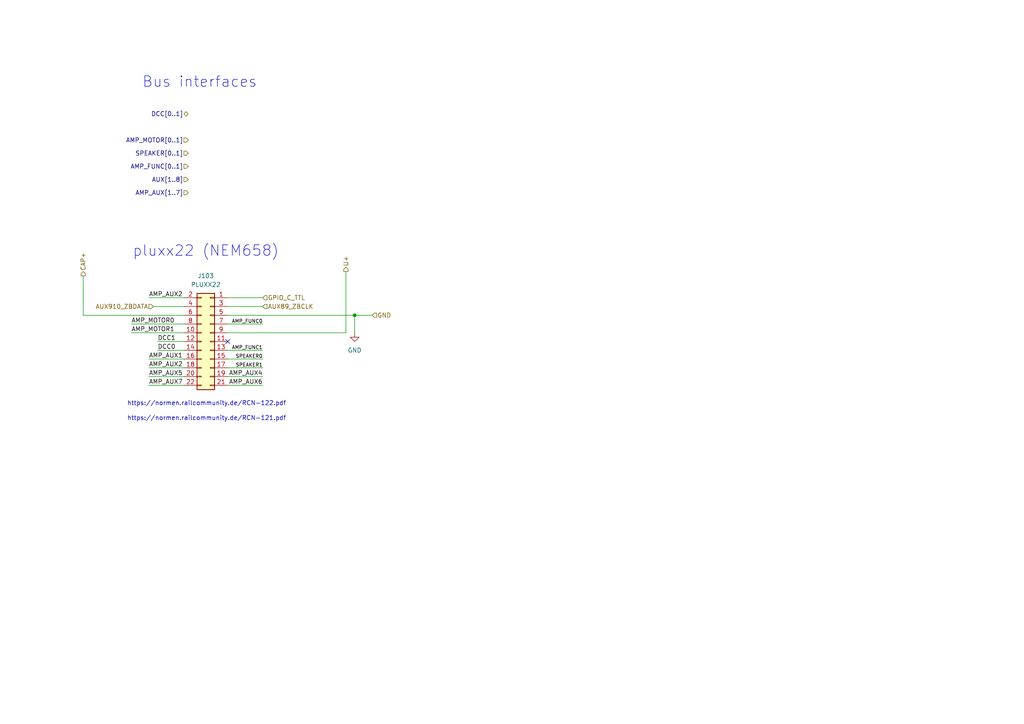
<source format=kicad_sch>
(kicad_sch (version 20231120) (generator "eeschema") (generator_version "8.0")
  (paper "A4")
  (lib_symbols
    (symbol "Connector_Generic:Conn_02x11_Odd_Even" (pin_names (offset 1.016) hide)
      (property "Reference" "J" (at 1.27 15.24 0))
      (property "Value" "Conn_02x11_Odd_Even" (at 1.27 -15.24 0))
      (symbol "Conn_02x11_Odd_Even_1_1"
        (rectangle (start -1.27 -12.573) (end 0 -12.827) (stroke (width 0.1524)))
        (rectangle (start -1.27 -10.033) (end 0 -10.287) (stroke (width 0.1524)))
        (rectangle (start -1.27 -7.493) (end 0 -7.747) (stroke (width 0.1524)))
        (rectangle (start -1.27 -4.953) (end 0 -5.207) (stroke (width 0.1524)))
        (rectangle (start -1.27 -2.413) (end 0 -2.667) (stroke (width 0.1524)))
        (rectangle (start -1.27 0.127) (end 0 -0.127) (stroke (width 0.1524)))
        (rectangle (start -1.27 2.667) (end 0 2.413) (stroke (width 0.1524)))
        (rectangle (start -1.27 5.207) (end 0 4.953) (stroke (width 0.1524)))
        (rectangle (start -1.27 7.747) (end 0 7.493) (stroke (width 0.1524)))
        (rectangle (start -1.27 10.287) (end 0 10.033) (stroke (width 0.1524)))
        (rectangle (start -1.27 12.827) (end 0 12.573) (stroke (width 0.1524)))
        (rectangle (start -1.27 13.97) (end 3.81 -13.97) (stroke (width 0.254)) (fill (type background)))
        (rectangle (start 3.81 -12.573) (end 2.54 -12.827) (stroke (width 0.1524)))
        (rectangle (start 3.81 -10.033) (end 2.54 -10.287) (stroke (width 0.1524)))
        (rectangle (start 3.81 -7.493) (end 2.54 -7.747) (stroke (width 0.1524)))
        (rectangle (start 3.81 -4.953) (end 2.54 -5.207) (stroke (width 0.1524)))
        (rectangle (start 3.81 -2.413) (end 2.54 -2.667) (stroke (width 0.1524)))
        (rectangle (start 3.81 0.127) (end 2.54 -0.127) (stroke (width 0.1524)))
        (rectangle (start 3.81 2.667) (end 2.54 2.413) (stroke (width 0.1524)))
        (rectangle (start 3.81 5.207) (end 2.54 4.953) (stroke (width 0.1524)))
        (rectangle (start 3.81 7.747) (end 2.54 7.493) (stroke (width 0.1524)))
        (rectangle (start 3.81 10.287) (end 2.54 10.033) (stroke (width 0.1524)))
        (rectangle (start 3.81 12.827) (end 2.54 12.573) (stroke (width 0.1524)))
        (pin passive line (at -5.08 12.7 0) (length 3.81) (name "Pin_1") (number "1"))
        (pin passive line (at 7.62 2.54 180) (length 3.81) (name "Pin_10") (number "10"))
        (pin passive line (at -5.08 0 0) (length 3.81) (name "Pin_11") (number "11"))
        (pin passive line (at 7.62 0 180) (length 3.81) (name "Pin_12") (number "12"))
        (pin passive line (at -5.08 -2.54 0) (length 3.81) (name "Pin_13") (number "13"))
        (pin passive line (at 7.62 -2.54 180) (length 3.81) (name "Pin_14") (number "14"))
        (pin passive line (at -5.08 -5.08 0) (length 3.81) (name "Pin_15") (number "15"))
        (pin passive line (at 7.62 -5.08 180) (length 3.81) (name "Pin_16") (number "16"))
        (pin passive line (at -5.08 -7.62 0) (length 3.81) (name "Pin_17") (number "17"))
        (pin passive line (at 7.62 -7.62 180) (length 3.81) (name "Pin_18") (number "18"))
        (pin passive line (at -5.08 -10.16 0) (length 3.81) (name "Pin_19") (number "19"))
        (pin passive line (at 7.62 12.7 180) (length 3.81) (name "Pin_2") (number "2"))
        (pin passive line (at 7.62 -10.16 180) (length 3.81) (name "Pin_20") (number "20"))
        (pin passive line (at -5.08 -12.7 0) (length 3.81) (name "Pin_21") (number "21"))
        (pin passive line (at 7.62 -12.7 180) (length 3.81) (name "Pin_22") (number "22"))
        (pin passive line (at -5.08 10.16 0) (length 3.81) (name "Pin_3") (number "3"))
        (pin passive line (at 7.62 10.16 180) (length 3.81) (name "Pin_4") (number "4"))
        (pin passive line (at -5.08 7.62 0) (length 3.81) (name "Pin_5") (number "5"))
        (pin passive line (at 7.62 7.62 180) (length 3.81) (name "Pin_6") (number "6"))
        (pin passive line (at -5.08 5.08 0) (length 3.81) (name "Pin_7") (number "7"))
        (pin passive line (at 7.62 5.08 180) (length 3.81) (name "Pin_8") (number "8"))
        (pin passive line (at -5.08 2.54 0) (length 3.81) (name "Pin_9") (number "9"))
      )
    )
    (symbol "power:GND" (power) (pin_names (offset 0))
      (property "Value" "GND" (at 0 -3.81 0))
      (symbol "GND_0_1"
        (polyline (pts (xy 0 0) (xy 0 -1.27) (xy 1.27 -1.27) (xy 0 -2.54) (xy -1.27 -1.27) (xy 0 -1.27)))
      )
      (symbol "GND_1_1"
        (pin power_in line (at 0 0 270) (length 0) hide (name "GND") (number "1"))
      )
    )
  )
  (junction (at 102.87 91.44))
  (no_connect (at 66.04 99.06))
  (wire (pts (xy 24.13 80.01) (xy 24.13 91.44)))
  (wire (pts (xy 66.04 96.52) (xy 100.33 96.52)))
  (wire (pts (xy 66.04 106.68) (xy 76.2 106.68)))
  (wire (pts (xy 53.34 106.68) (xy 43.18 106.68)))
  (wire (pts (xy 53.34 86.36) (xy 43.18 86.36)))
  (wire (pts (xy 66.04 101.6) (xy 76.2 101.6)))
  (wire (pts (xy 102.87 91.44) (xy 107.95 91.44)))
  (wire (pts (xy 38.1 93.98) (xy 53.34 93.98)))
  (wire (pts (xy 45.72 101.6) (xy 53.34 101.6)))
  (wire (pts (xy 43.18 111.76) (xy 53.34 111.76)))
  (wire (pts (xy 43.18 109.22) (xy 53.34 109.22)))
  (wire (pts (xy 66.04 109.22) (xy 76.2 109.22)))
  (wire (pts (xy 66.04 91.44) (xy 102.87 91.44)))
  (wire (pts (xy 53.34 88.9) (xy 44.45 88.9)))
  (wire (pts (xy 66.04 93.98) (xy 76.2 93.98)))
  (wire (pts (xy 66.04 86.36) (xy 76.2 86.36)))
  (wire (pts (xy 66.04 104.14) (xy 76.2 104.14)))
  (wire (pts (xy 53.34 104.14) (xy 43.18 104.14)))
  (wire (pts (xy 102.87 91.44) (xy 102.87 96.52)))
  (wire (pts (xy 66.04 111.76) (xy 76.2 111.76)))
  (wire (pts (xy 38.1 96.52) (xy 53.34 96.52)))
  (wire (pts (xy 100.33 78.74) (xy 100.33 96.52)))
  (wire (pts (xy 66.04 88.9) (xy 76.2 88.9)))
  (wire (pts (xy 45.72 99.06) (xy 53.34 99.06)))
  (wire (pts (xy 24.13 91.44) (xy 53.34 91.44)))
  (text "https://normen.railcommunity.de/RCN-122.pdf" (at 59.944 117.094 0) (effects (font (size 1.27 1.27))))
  (text "https://normen.railcommunity.de/RCN-121.pdf" (at 59.944 121.412 0) (effects (font (size 1.27 1.27))))
  (text "pluxx22 (NEM658)" (at 59.69 72.898 0) (effects (font (size 3.048 3.048))))
  (text "Bus interfaces" (at 57.912 23.876 0) (effects (font (size 3.048 3.048))))
  (label "SPEAKER0" (at 76.2 104.14 180) (effects (font (size 1.016 1.016))))
  (label "AMP_AUX7" (at 43.18 111.76 0))
  (label "AMP_AUX4" (at 76.2 109.22 180))
  (label "AMP_FUNC0" (at 76.2 93.98 180) (effects (font (size 1.016 1.016))))
  (label "DCC1" (at 45.72 99.06 0))
  (label "SPEAKER1" (at 76.2 106.68 180) (effects (font (size 1.016 1.016))))
  (label "DCC0" (at 45.72 101.6 0))
  (label "AMP_AUX2" (at 43.18 106.68 0))
  (label "AMP_MOTOR0" (at 38.1 93.98 0))
  (label "AMP_MOTOR1" (at 38.1 96.52 0))
  (label "AMP_AUX2" (at 43.18 86.36 0))
  (label "AMP_FUNC1" (at 76.2 101.6 180) (effects (font (size 1.016 1.016))))
  (label "AMP_AUX1" (at 43.18 104.14 0))
  (label "AMP_AUX6" (at 76.2 111.76 180))
  (label "AMP_AUX5" (at 43.18 109.22 0))
  (hierarchical_label "U+" (shape output) (at 100.33 78.74 90))
  (hierarchical_label "SPEAKER[0..1]" (shape input) (at 54.61 44.45 180))
  (hierarchical_label "AMP_FUNC[0..1]" (shape input) (at 54.61 48.26 180))
  (hierarchical_label "AUX89_ZBCLK" (shape input) (at 76.2 88.9 0))
  (hierarchical_label "AMP_AUX[1..7]" (shape input) (at 54.61 55.88 180))
  (hierarchical_label "CAP+" (shape output) (at 24.13 80.01 90))
  (hierarchical_label "GND" (shape input) (at 107.95 91.44 0))
  (hierarchical_label "AUX910_ZBDATA" (shape input) (at 44.45 88.9 180))
  (hierarchical_label "GPIO_C_TTL" (shape input) (at 76.2 86.36 0))
  (hierarchical_label "AMP_MOTOR[0..1]" (shape input) (at 54.61 40.64 180))
  (hierarchical_label "DCC[0..1]" (shape bidirectional) (at 54.61 33.02 180))
  (hierarchical_label "AUX[1..8]" (shape input) (at 54.61 52.07 180))
  (symbol (lib_id "power:GND") (at 102.87 96.52 0) (unit 1)
    (property "Reference" "#PWR0102" (effects (hide yes)))
    (property "Value" "GND" (at 102.87 101.6 0))
    (property "Description" "Power symbol creates a global label with name \"GND\" , ground" (effects (hide yes)))
  )
  (symbol (lib_id "Connector_Generic:Conn_02x11_Odd_Even") (at 60.96 99.06 0) (mirror y) (unit 1)
    (property "Reference" "J103" (at 59.69 80.01 0))
    (property "Value" "PLUXX22" (at 59.69 82.55 0))
    (property "Footprint" "Connector_PinHeader_1.27mm:PinHeader_2x11_P1.27mm_Vertical_SMD" (effects (hide yes)))
    (property "Description" "Generic connector, double row, 02x11, odd/even pin numbering scheme (row 1 odd numbers, row 2 even numbers), script generated (kicad-library-utils/schlib/autogen/connector/)" (effects (hide yes)))
  )
)
</source>
